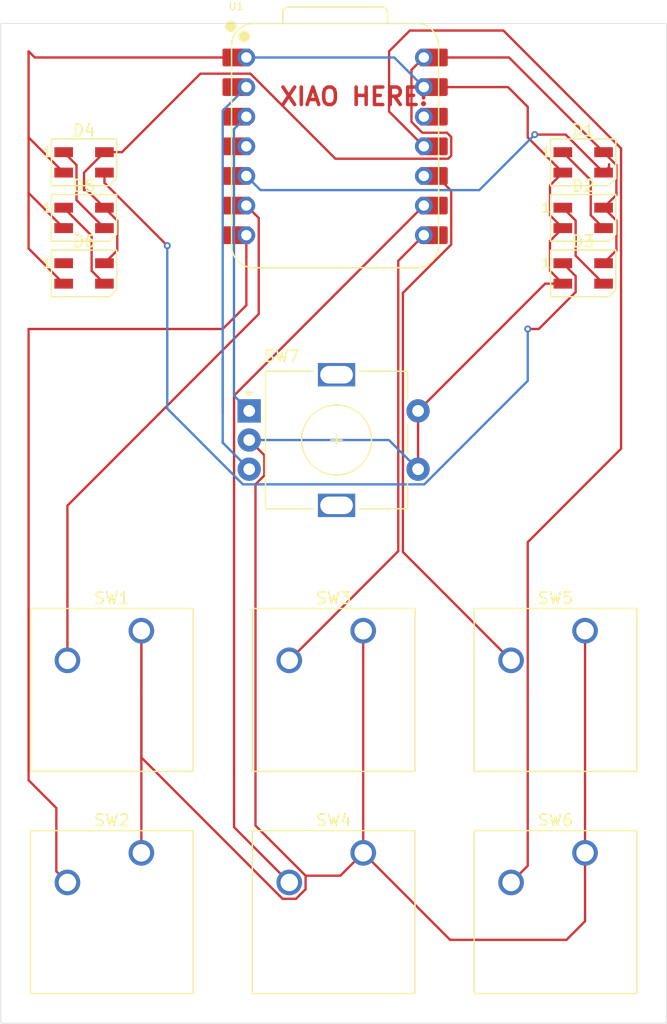
<source format=kicad_pcb>
(kicad_pcb (version 20241229) (generator "pcbnew") (generator_version "9.0")
  (layers (0 "F.Cu" signal) (2 "B.Cu" signal) (13 "F.Paste" user) (15 "B.Paste" user) (5 "F.SilkS" user "F.Silkscreen") (7 "B.SilkS" user "B.Silkscreen") (1 "F.Mask" user) (3 "B.Mask" user) (25 "Edge.Cuts" user))
  (net 0 "")
  (net 1 "Net-(D1-DIN)")
  (net 2 "Net-(D1-DOUT)")
  (net 3 "+5V")
  (net 4 "GND")
  (net 5 "Net-(D2-DOUT)")
  (net 6 "Net-(D3-DOUT)")
  (net 7 "Net-(D4-DOUT)")
  (net 8 "Net-(D5-DOUT)")
  (net 10 "Net-(U1-GPIO7{slash}SCL)")
  (net 11 "Net-(U1-GPIO0{slash}TX)")
  (net 12 "Net-(U1-GPIO1{slash}RX)")
  (net 13 "Net-(U1-GPIO2{slash}SCK)")
  (net 14 "Net-(U1-GPIO4{slash}MISO)")
  (net 15 "Net-(U1-GPIO3{slash}MOSI)")
  (net 16 "Net-(U1-GPIO27{slash}ADC1{slash}A1)")
  (net 17 "Net-(U1-GPIO28{slash}ADC2{slash}A2)")
  (footprint "Button_Switch_Keyboard:SW_Cherry_MX_1.00u_PCB" (layer "F.Cu") (at 126.365 142.5575)
    (property "Reference" "SW2" (at -2.54 -2.794 0) (layer "F.SilkS"))
    (property "Value" "SW_Push")
    (fp_line (start -9.525 -1.905) (end 4.445 -1.905) (stroke (width 0.12)) (layer "F.SilkS"))
    (fp_line (start -9.525 12.065) (end -9.525 -1.905) (stroke (width 0.12)) (layer "F.SilkS"))
    (fp_line (start 4.445 -1.905) (end 4.445 12.065) (stroke (width 0.12)) (layer "F.SilkS"))
    (fp_line (start 4.445 12.065) (end -9.525 12.065) (stroke (width 0.12)) (layer "F.SilkS"))
    (pad "" np_thru_hole circle (at -7.62 5.08) (size 1.7 1.7) (drill 1.7) (layers "*.Cu" "*.Mask"))
    (pad "" np_thru_hole circle (at -2.54 5.08) (size 4 4) (drill 4) (layers "*.Cu" "*.Mask"))
    (pad "" np_thru_hole circle (at 2.54 5.08) (size 1.7 1.7) (drill 1.7) (layers "*.Cu" "*.Mask"))
    (pad "1" thru_hole circle (at 0 0) (size 2.2 2.2) (drill 1.5) (layers "*.Cu" "*.Mask") (net 4 "GND"))
    (pad "2" thru_hole circle (at -6.35 2.54) (size 2.2 2.2) (drill 1.5) (layers "*.Cu" "*.Mask") (net 11 "Net-(U1-GPIO0{slash}TX)"))
  )
  (footprint "LED_SMD:LED_SK6812MINI_PLCC4_3.5x3.5mm_P1.75mm" (layer "F.Cu") (at 164.30625 83.34375)
    (property "Reference" "D1" (at 0 -2.75 0) (layer "F.SilkS"))
    (property "Value" "SK6812MINI")
    (fp_line (start -2.8 -2) (end -2.8 2) (stroke (width 0.12)) (layer "F.SilkS") (net 673789486))
    (fp_line (start -2.8 -2) (end 2.8 -2) (stroke (width 0.12)) (layer "F.SilkS") (net 673789486))
    (fp_line (start -2.8 2) (end 2.2 2) (stroke (width 0.12)) (layer "F.SilkS") (net 673789486))
    (fp_line (start 2.8 1.4) (end 2.2 2) (stroke (width 0.12)) (layer "F.SilkS") (net 673789486))
    (fp_line (start 2.8 1.4) (end 2.8 -2) (stroke (width 0.12)) (layer "F.SilkS") (net 673789486))
    (fp_text user "1" (at -3.2 -0.875 0) (layer "F.SilkS") (effects (font (size 0.8 0.8))))
    (pad "1" smd rect (at -1.75 -0.875) (size 1.6 0.85) (layers "F.Cu" "F.Mask" "F.Paste") (net 2 "Net-(D1-DOUT)"))
    (pad "2" smd rect (at -1.75 0.875) (size 1.6 0.85) (layers "F.Cu" "F.Mask" "F.Paste") (net 4 "GND"))
    (pad "3" smd rect (at 1.75 0.875) (size 1.6 0.85) (layers "F.Cu" "F.Mask" "F.Paste") (net 1 "Net-(D1-DIN)"))
    (pad "4" smd rect (at 1.75 -0.875) (size 1.6 0.85) (layers "F.Cu" "F.Mask" "F.Paste") (net 3 "+5V"))
  )
  (footprint "Button_Switch_Keyboard:SW_Cherry_MX_1.00u_PCB" (layer "F.Cu") (at 145.415 123.5075)
    (property "Reference" "SW3" (at -2.54 -2.794 0) (layer "F.SilkS"))
    (property "Value" "SW_Push")
    (fp_line (start -9.525 -1.905) (end 4.445 -1.905) (stroke (width 0.12)) (layer "F.SilkS"))
    (fp_line (start -9.525 12.065) (end -9.525 -1.905) (stroke (width 0.12)) (layer "F.SilkS"))
    (fp_line (start 4.445 -1.905) (end 4.445 12.065) (stroke (width 0.12)) (layer "F.SilkS"))
    (fp_line (start 4.445 12.065) (end -9.525 12.065) (stroke (width 0.12)) (layer "F.SilkS"))
    (pad "" np_thru_hole circle (at -7.62 5.08) (size 1.7 1.7) (drill 1.7) (layers "*.Cu" "*.Mask"))
    (pad "" np_thru_hole circle (at -2.54 5.08) (size 4 4) (drill 4) (layers "*.Cu" "*.Mask"))
    (pad "" np_thru_hole circle (at 2.54 5.08) (size 1.7 1.7) (drill 1.7) (layers "*.Cu" "*.Mask"))
    (pad "1" thru_hole circle (at 0 0) (size 2.2 2.2) (drill 1.5) (layers "*.Cu" "*.Mask") (net 4 "GND"))
    (pad "2" thru_hole circle (at -6.35 2.54) (size 2.2 2.2) (drill 1.5) (layers "*.Cu" "*.Mask") (net 12 "Net-(U1-GPIO1{slash}RX)"))
  )
  (footprint "LED_SMD:LED_SK6812MINI_PLCC4_3.5x3.5mm_P1.75mm" (layer "F.Cu") (at 164.30625 92.86875)
    (property "Reference" "D3" (at 0 -2.75 0) (layer "F.SilkS"))
    (property "Value" "SK6812MINI")
    (fp_line (start -2.8 -2) (end -2.8 2) (stroke (width 0.12)) (layer "F.SilkS") (net 673789486))
    (fp_line (start -2.8 -2) (end 2.8 -2) (stroke (width 0.12)) (layer "F.SilkS") (net 673789486))
    (fp_line (start -2.8 2) (end 2.2 2) (stroke (width 0.12)) (layer "F.SilkS") (net 673789486))
    (fp_line (start 2.8 1.4) (end 2.2 2) (stroke (width 0.12)) (layer "F.SilkS") (net 673789486))
    (fp_line (start 2.8 1.4) (end 2.8 -2) (stroke (width 0.12)) (layer "F.SilkS") (net 673789486))
    (fp_text user "1" (at -3.2 -0.875 0) (layer "F.SilkS") (effects (font (size 0.8 0.8))))
    (pad "1" smd rect (at -1.75 -0.875) (size 1.6 0.85) (layers "F.Cu" "F.Mask" "F.Paste") (net 6 "Net-(D3-DOUT)"))
    (pad "2" smd rect (at -1.75 0.875) (size 1.6 0.85) (layers "F.Cu" "F.Mask" "F.Paste") (net 4 "GND"))
    (pad "3" smd rect (at 1.75 0.875) (size 1.6 0.85) (layers "F.Cu" "F.Mask" "F.Paste") (net 5 "Net-(D2-DOUT)"))
    (pad "4" smd rect (at 1.75 -0.875) (size 1.6 0.85) (layers "F.Cu" "F.Mask" "F.Paste") (net 3 "+5V"))
  )
  (footprint "LED_SMD:LED_SK6812MINI_PLCC4_3.5x3.5mm_P1.75mm" (layer "F.Cu") (at 121.44375 88.10625)
    (property "Reference" "D5" (at 0 -2.75 0) (layer "F.SilkS"))
    (property "Value" "SK6812MINI")
    (fp_line (start -2.8 -2) (end -2.8 2) (stroke (width 0.12)) (layer "F.SilkS"))
    (fp_line (start -2.8 -2) (end 2.8 -2) (stroke (width 0.12)) (layer "F.SilkS"))
    (fp_line (start -2.8 2) (end 2.2 2) (stroke (width 0.12)) (layer "F.SilkS"))
    (fp_line (start 2.8 1.4) (end 2.2 2) (stroke (width 0.12)) (layer "F.SilkS"))
    (fp_line (start 2.8 1.4) (end 2.8 -2) (stroke (width 0.12)) (layer "F.SilkS"))
    (fp_text user "1" (at -3.2 -0.875 0) (layer "F.SilkS") (effects (font (size 0.8 0.8))))
    (pad "1" smd rect (at -1.75 -0.875) (size 1.6 0.85) (layers "F.Cu" "F.Mask" "F.Paste") (net 8 "Net-(D5-DOUT)"))
    (pad "2" smd rect (at -1.75 0.875) (size 1.6 0.85) (layers "F.Cu" "F.Mask" "F.Paste") (net 4 "GND"))
    (pad "3" smd rect (at 1.75 0.875) (size 1.6 0.85) (layers "F.Cu" "F.Mask" "F.Paste") (net 7 "Net-(D4-DOUT)"))
    (pad "4" smd rect (at 1.75 -0.875) (size 1.6 0.85) (layers "F.Cu" "F.Mask" "F.Paste") (net 3 "+5V"))
  )
  (footprint "Button_Switch_Keyboard:SW_Cherry_MX_1.00u_PCB" (layer "F.Cu") (at 126.365 123.5075)
    (property "Reference" "SW1" (at -2.54 -2.794 0) (layer "F.SilkS"))
    (property "Value" "SW_Push")
    (fp_line (start -9.525 -1.905) (end 4.445 -1.905) (stroke (width 0.12)) (layer "F.SilkS"))
    (fp_line (start -9.525 12.065) (end -9.525 -1.905) (stroke (width 0.12)) (layer "F.SilkS"))
    (fp_line (start 4.445 -1.905) (end 4.445 12.065) (stroke (width 0.12)) (layer "F.SilkS"))
    (fp_line (start 4.445 12.065) (end -9.525 12.065) (stroke (width 0.12)) (layer "F.SilkS"))
    (pad "" np_thru_hole circle (at -7.62 5.08) (size 1.7 1.7) (drill 1.7) (layers "*.Cu" "*.Mask"))
    (pad "" np_thru_hole circle (at -2.54 5.08) (size 4 4) (drill 4) (layers "*.Cu" "*.Mask"))
    (pad "" np_thru_hole circle (at 2.54 5.08) (size 1.7 1.7) (drill 1.7) (layers "*.Cu" "*.Mask"))
    (pad "1" thru_hole circle (at 0 0) (size 2.2 2.2) (drill 1.5) (layers "*.Cu" "*.Mask") (net 4 "GND"))
    (pad "2" thru_hole circle (at -6.35 2.54) (size 2.2 2.2) (drill 1.5) (layers "*.Cu" "*.Mask") (net 10 "Net-(U1-GPIO7{slash}SCL)"))
  )
  (footprint "LED_SMD:LED_SK6812MINI_PLCC4_3.5x3.5mm_P1.75mm" (layer "F.Cu") (at 121.44375 83.34375)
    (property "Reference" "D4" (at 0 -2.75 0) (layer "F.SilkS"))
    (property "Value" "SK6812MINI")
    (fp_line (start -2.8 -2) (end -2.8 2) (stroke (width 0.12)) (layer "F.SilkS"))
    (fp_line (start -2.8 -2) (end 2.8 -2) (stroke (width 0.12)) (layer "F.SilkS"))
    (fp_line (start -2.8 2) (end 2.2 2) (stroke (width 0.12)) (layer "F.SilkS"))
    (fp_line (start 2.8 1.4) (end 2.2 2) (stroke (width 0.12)) (layer "F.SilkS"))
    (fp_line (start 2.8 1.4) (end 2.8 -2) (stroke (width 0.12)) (layer "F.SilkS"))
    (fp_text user "1" (at -3.2 -0.875 0) (layer "F.SilkS") (effects (font (size 0.8 0.8))))
    (pad "1" smd rect (at -1.75 -0.875) (size 1.6 0.85) (layers "F.Cu" "F.Mask" "F.Paste") (net 7 "Net-(D4-DOUT)"))
    (pad "2" smd rect (at -1.75 0.875) (size 1.6 0.85) (layers "F.Cu" "F.Mask" "F.Paste") (net 4 "GND"))
    (pad "3" smd rect (at 1.75 0.875) (size 1.6 0.85) (layers "F.Cu" "F.Mask" "F.Paste") (net 6 "Net-(D3-DOUT)"))
    (pad "4" smd rect (at 1.75 -0.875) (size 1.6 0.85) (layers "F.Cu" "F.Mask" "F.Paste") (net 3 "+5V"))
  )
  (footprint "Rotary_Encoder:RotaryEncoder_Alps_EC11E-Switch_Vertical_H20mm" (layer "F.Cu") (at 135.625 104.65625)
    (property "Reference" "SW7" (at 2.8 -4.7 0) (layer "F.SilkS"))
    (property "Value" "RotaryEncoder_Switch")
    (fp_line (start -0.3 -1.6) (end 0.3 -1.6) (stroke (width 0.12)) (layer "F.SilkS"))
    (fp_line (start 0 -1.3) (end -0.3 -1.6) (stroke (width 0.12)) (layer "F.SilkS"))
    (fp_line (start 0.3 -1.6) (end 0 -1.3) (stroke (width 0.12)) (layer "F.SilkS"))
    (fp_line (start 1.4 -3.4) (end 1.4 8.4) (stroke (width 0.12)) (layer "F.SilkS"))
    (fp_line (start 5.5 -3.4) (end 1.4 -3.4) (stroke (width 0.12)) (layer "F.SilkS"))
    (fp_line (start 5.5 8.4) (end 1.4 8.4) (stroke (width 0.12)) (layer "F.SilkS"))
    (fp_line (start 7 2.5) (end 8 2.5) (stroke (width 0.12)) (layer "F.SilkS"))
    (fp_line (start 7.5 2) (end 7.5 3) (stroke (width 0.12)) (layer "F.SilkS"))
    (fp_line (start 9.5 -3.4) (end 13.6 -3.4) (stroke (width 0.12)) (layer "F.SilkS"))
    (fp_line (start 13.6 -3.4) (end 13.6 -1) (stroke (width 0.12)) (layer "F.SilkS"))
    (fp_line (start 13.6 1.2) (end 13.6 3.8) (stroke (width 0.12)) (layer "F.SilkS"))
    (fp_line (start 13.6 6) (end 13.6 8.4) (stroke (width 0.12)) (layer "F.SilkS"))
    (fp_line (start 13.6 8.4) (end 9.5 8.4) (stroke (width 0.12)) (layer "F.SilkS"))
    (fp_circle (center 7.5 2.5) (end 10.5 2.5) (stroke (width 0.12)) (fill no) (layer "F.SilkS"))
    (pad "A" thru_hole rect (at 0 0) (size 2 2) (drill 1) (layers "*.Cu" "*.Mask") (net 17 "Net-(U1-GPIO28{slash}ADC2{slash}A2)"))
    (pad "B" thru_hole circle (at 0 5) (size 2 2) (drill 1) (layers "*.Cu" "*.Mask") (net 16 "Net-(U1-GPIO27{slash}ADC1{slash}A1)"))
    (pad "C" thru_hole circle (at 0 2.5) (size 2 2) (drill 1) (layers "*.Cu" "*.Mask") (net 4 "GND"))
    (pad "MP" thru_hole rect (at 7.5 -3.1) (size 3.2 2) (drill oval 2.8 1.5) (layers "*.Cu" "*.Mask"))
    (pad "MP" thru_hole rect (at 7.5 8.1) (size 3.2 2) (drill oval 2.8 1.5) (layers "*.Cu" "*.Mask"))
    (pad "S1" thru_hole circle (at 14.5 5) (size 2 2) (drill 1) (layers "*.Cu" "*.Mask") (net 4 "GND"))
    (pad "S2" thru_hole circle (at 14.5 0) (size 2 2) (drill 1) (layers "*.Cu" "*.Mask") (net 4 "GND"))
  )
  (footprint "Button_Switch_Keyboard:SW_Cherry_MX_1.00u_PCB" (layer "F.Cu") (at 164.465 142.5575)
    (property "Reference" "SW6" (at -2.54 -2.794 0) (layer "F.SilkS"))
    (property "Value" "SW_Push")
    (fp_line (start -9.525 -1.905) (end 4.445 -1.905) (stroke (width 0.12)) (layer "F.SilkS"))
    (fp_line (start -9.525 12.065) (end -9.525 -1.905) (stroke (width 0.12)) (layer "F.SilkS"))
    (fp_line (start 4.445 -1.905) (end 4.445 12.065) (stroke (width 0.12)) (layer "F.SilkS"))
    (fp_line (start 4.445 12.065) (end -9.525 12.065) (stroke (width 0.12)) (layer "F.SilkS"))
    (pad "" np_thru_hole circle (at -7.62 5.08) (size 1.7 1.7) (drill 1.7) (layers "*.Cu" "*.Mask"))
    (pad "" np_thru_hole circle (at -2.54 5.08) (size 4 4) (drill 4) (layers "*.Cu" "*.Mask"))
    (pad "" np_thru_hole circle (at 2.54 5.08) (size 1.7 1.7) (drill 1.7) (layers "*.Cu" "*.Mask"))
    (pad "1" thru_hole circle (at 0 0) (size 2.2 2.2) (drill 1.5) (layers "*.Cu" "*.Mask") (net 4 "GND"))
    (pad "2" thru_hole circle (at -6.35 2.54) (size 2.2 2.2) (drill 1.5) (layers "*.Cu" "*.Mask") (net 15 "Net-(U1-GPIO3{slash}MOSI)"))
  )
  (footprint "Button_Switch_Keyboard:SW_Cherry_MX_1.00u_PCB" (layer "F.Cu") (at 164.465 123.5075)
    (property "Reference" "SW5" (at -2.54 -2.794 0) (layer "F.SilkS"))
    (property "Value" "SW_Push")
    (fp_line (start -9.525 -1.905) (end 4.445 -1.905) (stroke (width 0.12)) (layer "F.SilkS"))
    (fp_line (start -9.525 12.065) (end -9.525 -1.905) (stroke (width 0.12)) (layer "F.SilkS"))
    (fp_line (start 4.445 -1.905) (end 4.445 12.065) (stroke (width 0.12)) (layer "F.SilkS"))
    (fp_line (start 4.445 12.065) (end -9.525 12.065) (stroke (width 0.12)) (layer "F.SilkS"))
    (pad "" np_thru_hole circle (at -7.62 5.08) (size 1.7 1.7) (drill 1.7) (layers "*.Cu" "*.Mask"))
    (pad "" np_thru_hole circle (at -2.54 5.08) (size 4 4) (drill 4) (layers "*.Cu" "*.Mask"))
    (pad "" np_thru_hole circle (at 2.54 5.08) (size 1.7 1.7) (drill 1.7) (layers "*.Cu" "*.Mask"))
    (pad "1" thru_hole circle (at 0 0) (size 2.2 2.2) (drill 1.5) (layers "*.Cu" "*.Mask") (net 4 "GND"))
    (pad "2" thru_hole circle (at -6.35 2.54) (size 2.2 2.2) (drill 1.5) (layers "*.Cu" "*.Mask") (net 14 "Net-(U1-GPIO4{slash}MISO)"))
  )
  (footprint "Button_Switch_Keyboard:SW_Cherry_MX_1.00u_PCB" (layer "F.Cu") (at 145.415 142.5575)
    (property "Reference" "SW4" (at -2.54 -2.794 0) (layer "F.SilkS"))
    (property "Value" "SW_Push")
    (fp_line (start -9.525 -1.905) (end 4.445 -1.905) (stroke (width 0.12)) (layer "F.SilkS"))
    (fp_line (start -9.525 12.065) (end -9.525 -1.905) (stroke (width 0.12)) (layer "F.SilkS"))
    (fp_line (start 4.445 -1.905) (end 4.445 12.065) (stroke (width 0.12)) (layer "F.SilkS"))
    (fp_line (start 4.445 12.065) (end -9.525 12.065) (stroke (width 0.12)) (layer "F.SilkS"))
    (pad "" np_thru_hole circle (at -7.62 5.08) (size 1.7 1.7) (drill 1.7) (layers "*.Cu" "*.Mask"))
    (pad "" np_thru_hole circle (at -2.54 5.08) (size 4 4) (drill 4) (layers "*.Cu" "*.Mask"))
    (pad "" np_thru_hole circle (at 2.54 5.08) (size 1.7 1.7) (drill 1.7) (layers "*.Cu" "*.Mask"))
    (pad "1" thru_hole circle (at 0 0) (size 2.2 2.2) (drill 1.5) (layers "*.Cu" "*.Mask") (net 4 "GND"))
    (pad "2" thru_hole circle (at -6.35 2.54) (size 2.2 2.2) (drill 1.5) (layers "*.Cu" "*.Mask") (net 13 "Net-(U1-GPIO2{slash}SCK)"))
  )
  (footprint "LED_SMD:LED_SK6812MINI_PLCC4_3.5x3.5mm_P1.75mm" (layer "F.Cu") (at 121.44375 92.86875)
    (property "Reference" "D6" (at 0 -2.75 0) (layer "F.SilkS"))
    (property "Value" "SK6812MINI")
    (fp_line (start -2.8 -2) (end -2.8 2) (stroke (width 0.12)) (layer "F.SilkS"))
    (fp_line (start -2.8 -2) (end 2.8 -2) (stroke (width 0.12)) (layer "F.SilkS"))
    (fp_line (start -2.8 2) (end 2.2 2) (stroke (width 0.12)) (layer "F.SilkS"))
    (fp_line (start 2.8 1.4) (end 2.2 2) (stroke (width 0.12)) (layer "F.SilkS"))
    (fp_line (start 2.8 1.4) (end 2.8 -2) (stroke (width 0.12)) (layer "F.SilkS"))
    (fp_text user "1" (at -3.2 -0.875 0) (layer "F.SilkS") (effects (font (size 0.8 0.8))))
    (pad "1" smd rect (at -1.75 -0.875) (size 1.6 0.85) (layers "F.Cu" "F.Mask" "F.Paste"))
    (pad "2" smd rect (at -1.75 0.875) (size 1.6 0.85) (layers "F.Cu" "F.Mask" "F.Paste") (net 4 "GND"))
    (pad "3" smd rect (at 1.75 0.875) (size 1.6 0.85) (layers "F.Cu" "F.Mask" "F.Paste") (net 8 "Net-(D5-DOUT)"))
    (pad "4" smd rect (at 1.75 -0.875) (size 1.6 0.85) (layers "F.Cu" "F.Mask" "F.Paste") (net 3 "+5V"))
  )
  (footprint "LED_SMD:LED_SK6812MINI_PLCC4_3.5x3.5mm_P1.75mm" (layer "F.Cu") (at 164.30625 88.10625)
    (property "Reference" "D2" (at 0 -2.75 0) (layer "F.SilkS"))
    (property "Value" "SK6812MINI")
    (fp_line (start -2.8 -2) (end -2.8 2) (stroke (width 0.12)) (layer "F.SilkS") (net 673789486))
    (fp_line (start -2.8 -2) (end 2.8 -2) (stroke (width 0.12)) (layer "F.SilkS") (net 673789486))
    (fp_line (start -2.8 2) (end 2.2 2) (stroke (width 0.12)) (layer "F.SilkS") (net 673789486))
    (fp_line (start 2.8 1.4) (end 2.2 2) (stroke (width 0.12)) (layer "F.SilkS") (net 673789486))
    (fp_line (start 2.8 1.4) (end 2.8 -2) (stroke (width 0.12)) (layer "F.SilkS") (net 673789486))
    (fp_text user "1" (at -3.2 -0.875 0) (layer "F.SilkS") (effects (font (size 0.8 0.8))))
    (pad "1" smd rect (at -1.75 -0.875) (size 1.6 0.85) (layers "F.Cu" "F.Mask" "F.Paste") (net 5 "Net-(D2-DOUT)"))
    (pad "2" smd rect (at -1.75 0.875) (size 1.6 0.85) (layers "F.Cu" "F.Mask" "F.Paste") (net 4 "GND"))
    (pad "3" smd rect (at 1.75 0.875) (size 1.6 0.85) (layers "F.Cu" "F.Mask" "F.Paste") (net 2 "Net-(D1-DOUT)"))
    (pad "4" smd rect (at 1.75 -0.875) (size 1.6 0.85) (layers "F.Cu" "F.Mask" "F.Paste") (net 3 "+5V"))
  )
  (footprint "OPL:XIAO-RP2040-DIP" (layer "F.Cu") (at 143 81.9685)
    (property "Reference" "U1" (at -8.5 -12 0) (layer "F.SilkS") (effects (font (size 0.635 0.635) (thickness 0.1016))))
    (property "Value" "XIAO-RP2040-DIP")
    (fp_line (start -8.89 8.509) (end -8.89 -8.636) (stroke (width 0.127)) (layer "F.SilkS"))
    (fp_line (start -6.985 10.414) (end 6.985 10.414) (stroke (width 0.127)) (layer "F.SilkS"))
    (fp_line (start -4.495 -10.541) (end -4.491272 -11.451272) (stroke (width 0.127)) (layer "F.SilkS"))
    (fp_line (start -3.991272 -11.951) (end 4.004 -11.951) (stroke (width 0.127)) (layer "F.SilkS"))
    (fp_line (start 4.504 -11.451) (end 4.504 -10.541) (stroke (width 0.127)) (layer "F.SilkS"))
    (fp_line (start 6.985 -10.541) (end -6.985 -10.541) (stroke (width 0.1)) (layer "F.SilkS"))
    (fp_line (start 6.985 -10.541) (end -6.985 -10.541) (stroke (width 0.127)) (layer "F.SilkS"))
    (fp_line (start 8.89 8.509) (end 8.89 -8.636) (stroke (width 0.127)) (layer "F.SilkS"))
    (fp_arc (start -8.89 -8.636) (mid -8.332038 -9.983038) (end -6.985 -10.541) (stroke (width 0.127)) (layer "F.SilkS"))
    (fp_arc (start -6.985 10.414) (mid -8.332038 9.856038) (end -8.89 8.509) (stroke (width 0.127)) (layer "F.SilkS"))
    (fp_arc (start -4.491272 -11.451272) (mid -4.344728 -11.80464) (end -3.991272 -11.951) (stroke (width 0.127)) (layer "F.SilkS"))
    (fp_arc (start 4.004 -11.951) (mid 4.357553 -11.804553) (end 4.504 -11.451) (stroke (width 0.127)) (layer "F.SilkS"))
    (fp_arc (start 6.985 -10.541) (mid 8.332038 -9.983038) (end 8.89 -8.636) (stroke (width 0.127)) (layer "F.SilkS"))
    (fp_arc (start 8.89 8.509) (mid 8.332038 9.856038) (end 6.985 10.414) (stroke (width 0.127)) (layer "F.SilkS"))
    (fp_circle (center -8.95 -10.3) (end -8.95 -10.554) (stroke (width 0.5)) (fill yes) (layer "F.SilkS"))
    (fp_circle (center -7.807 -9.42) (end -7.807 -9.674) (stroke (width 0.5)) (fill yes) (layer "F.SilkS"))
    (pad "1" smd roundrect (at -8.455 -7.62 180) (size 2.432 1.524) (layers "F.Cu" "F.Mask") (roundrect_rratio 0.1) (net 4 "GND"))
    (pad "1" thru_hole circle (at -7.62 -7.62 180) (size 1.524 1.524) (drill 0.889) (layers "*.Cu" "*.Mask") (net 4 "GND"))
    (pad "2" smd roundrect (at -8.455 -5.08 180) (size 2.432 1.524) (layers "F.Cu" "F.Mask") (roundrect_rratio 0.1) (net 16 "Net-(U1-GPIO27{slash}ADC1{slash}A1)"))
    (pad "2" thru_hole circle (at -7.62 -5.08 180) (size 1.524 1.524) (drill 0.889) (layers "*.Cu" "*.Mask") (net 16 "Net-(U1-GPIO27{slash}ADC1{slash}A1)"))
    (pad "3" smd roundrect (at -8.455 -2.54 180) (size 2.432 1.524) (layers "F.Cu" "F.Mask") (roundrect_rratio 0.1) (net 17 "Net-(U1-GPIO28{slash}ADC2{slash}A2)"))
    (pad "3" thru_hole circle (at -7.62 -2.54 180) (size 1.524 1.524) (drill 0.889) (layers "*.Cu" "*.Mask") (net 17 "Net-(U1-GPIO28{slash}ADC2{slash}A2)"))
    (pad "4" smd roundrect (at -8.455 0 180) (size 2.432 1.524) (layers "F.Cu" "F.Mask") (roundrect_rratio 0.1))
    (pad "4" thru_hole circle (at -7.62 0 180) (size 1.524 1.524) (drill 0.889) (layers "*.Cu" "*.Mask"))
    (pad "5" smd roundrect (at -8.455 2.54 180) (size 2.432 1.524) (layers "F.Cu" "F.Mask") (roundrect_rratio 0.1) (net 1 "Net-(D1-DIN)"))
    (pad "5" thru_hole circle (at -7.62 2.54 180) (size 1.524 1.524) (drill 0.889) (layers "*.Cu" "*.Mask") (net 1 "Net-(D1-DIN)"))
    (pad "6" smd roundrect (at -8.455 5.08 180) (size 2.432 1.524) (layers "F.Cu" "F.Mask") (roundrect_rratio 0.1) (net 10 "Net-(U1-GPIO7{slash}SCL)"))
    (pad "6" thru_hole circle (at -7.62 5.08 180) (size 1.524 1.524) (drill 0.889) (layers "*.Cu" "*.Mask") (net 10 "Net-(U1-GPIO7{slash}SCL)"))
    (pad "7" smd roundrect (at -8.455 7.62 180) (size 2.432 1.524) (layers "F.Cu" "F.Mask") (roundrect_rratio 0.1) (net 11 "Net-(U1-GPIO0{slash}TX)"))
    (pad "7" thru_hole circle (at -7.62 7.62 180) (size 1.524 1.524) (drill 0.889) (layers "*.Cu" "*.Mask") (net 11 "Net-(U1-GPIO0{slash}TX)"))
    (pad "8" thru_hole circle (at 7.62 7.62) (size 1.524 1.524) (drill 0.889) (layers "*.Cu" "*.Mask") (net 12 "Net-(U1-GPIO1{slash}RX)"))
    (pad "8" smd roundrect (at 8.455 7.62) (size 2.432 1.524) (layers "F.Cu" "F.Mask") (roundrect_rratio 0.1) (net 12 "Net-(U1-GPIO1{slash}RX)"))
    (pad "9" thru_hole circle (at 7.62 5.08) (size 1.524 1.524) (drill 0.889) (layers "*.Cu" "*.Mask") (net 13 "Net-(U1-GPIO2{slash}SCK)"))
    (pad "9" smd roundrect (at 8.455 5.08) (size 2.432 1.524) (layers "F.Cu" "F.Mask") (roundrect_rratio 0.1) (net 13 "Net-(U1-GPIO2{slash}SCK)"))
    (pad "10" thru_hole circle (at 7.62 2.54) (size 1.524 1.524) (drill 0.889) (layers "*.Cu" "*.Mask") (net 14 "Net-(U1-GPIO4{slash}MISO)"))
    (pad "10" smd roundrect (at 8.455 2.54) (size 2.432 1.524) (layers "F.Cu" "F.Mask") (roundrect_rratio 0.1) (net 14 "Net-(U1-GPIO4{slash}MISO)"))
    (pad "11" thru_hole circle (at 7.62 0) (size 1.524 1.524) (drill 0.889) (layers "*.Cu" "*.Mask") (net 15 "Net-(U1-GPIO3{slash}MOSI)"))
    (pad "11" smd roundrect (at 8.455 0) (size 2.432 1.524) (layers "F.Cu" "F.Mask") (roundrect_rratio 0.1) (net 15 "Net-(U1-GPIO3{slash}MOSI)"))
    (pad "12" thru_hole circle (at 7.62 -2.54) (size 1.524 1.524) (drill 0.889) (layers "*.Cu" "*.Mask"))
    (pad "12" smd roundrect (at 8.455 -2.54) (size 2.432 1.524) (layers "F.Cu" "F.Mask") (roundrect_rratio 0.1))
    (pad "13" thru_hole circle (at 7.62 -5.08) (size 1.524 1.524) (drill 0.889) (layers "*.Cu" "*.Mask") (net 4 "GND"))
    (pad "13" smd roundrect (at 8.455 -5.08) (size 2.432 1.524) (layers "F.Cu" "F.Mask") (roundrect_rratio 0.1) (net 4 "GND"))
    (pad "14" thru_hole circle (at 7.62 -7.62) (size 1.524 1.524) (drill 0.889) (layers "*.Cu" "*.Mask") (net 3 "+5V"))
    (pad "14" smd roundrect (at 8.455 -7.62) (size 2.432 1.524) (layers "F.Cu" "F.Mask") (roundrect_rratio 0.1) (net 3 "+5V"))
  )
  (gr_rect (start 114.3 71.4375) (end 171.45 157.1625) (stroke (width 0.05)) (fill no) (layer "Edge.Cuts"))
  (gr_text "XIAO HERE!" (at 138.1125 78.58125 0) (layer "F.Cu") (effects (font (size 1.5 1.5) (thickness 0.3) (bold yes)) (justify left bottom)))
  (segment (start 162.79761 80.96011) (end 160.14614 80.96011) (width 0.2) (layer "F.Cu") (net 1))
  (segment (start 166.525825 83.505425) (end 166.525825 83.749175) (width 0.2) (layer "F.Cu") (net 1))
  (segment (start 166.525825 83.749175) (end 166.05625 84.21875) (width 0.2) (layer "F.Cu") (net 1))
  (segment (start 166.05625 84.21875) (end 162.79761 80.96011) (width 0.2) (layer "F.Cu") (net 1))
  (via (at 160.14614 80.96011) (size 0.6) (drill 0.3) (layers "F.Cu" "B.Cu") (net 1))
  (segment (start 155.38125 85.725) (end 136.5965 85.725) (width 0.2) (layer "B.Cu") (net 1))
  (segment (start 160.14614 80.96011) (end 155.38125 85.725) (width 0.2) (layer "B.Cu") (net 1))
  (segment (start 136.5965 85.725) (end 135.38 84.5085) (width 0.2) (layer "B.Cu") (net 1))
  (segment (start 162.55625 82.46875) (end 164.95525 84.86775) (width 0.2) (layer "F.Cu") (net 2))
  (segment (start 164.95525 84.86775) (end 164.95525 87.88025) (width 0.2) (layer "F.Cu") (net 2))
  (segment (start 164.95525 87.88025) (end 166.05625 88.98125) (width 0.2) (layer "F.Cu") (net 2))
  (segment (start 143.02631 83.0315) (end 152.710626 83.0315) (width 0.2) (layer "F.Cu") (net 3))
  (segment (start 121.44375 85.725) (end 121.6875 85.725) (width 0.2) (layer "F.Cu") (net 3))
  (segment (start 157.936 74.3485) (end 151.455 74.3485) (width 0.2) (layer "F.Cu") (net 3))
  (segment (start 152.972 82.770126) (end 152.972 81.166874) (width 0.2) (layer "F.Cu") (net 3))
  (segment (start 131.43231 75.73644) (end 135.73125 75.73644) (width 0.2) (layer "F.Cu") (net 3))
  (segment (start 167.15725 86.13025) (end 166.05625 87.23125) (width 0.2) (layer "F.Cu") (net 3))
  (segment (start 166.05625 91.99375) (end 167.15725 90.89275) (width 0.2) (layer "F.Cu") (net 3))
  (segment (start 149.557 75.4115) (end 150.62 74.3485) (width 0.2) (layer "F.Cu") (net 3))
  (segment (start 166.05625 82.46875) (end 167.15725 83.56975) (width 0.2) (layer "F.Cu") (net 3))
  (segment (start 121.44375 84.21875) (end 121.44375 85.725) (width 0.2) (layer "F.Cu") (net 3))
  (segment (start 124.29475 88.33225) (end 123.19375 87.23125) (width 0.2) (layer "F.Cu") (net 3))
  (segment (start 150.48834 80.80015) (end 149.557 79.86881) (width 0.2) (layer "F.Cu") (net 3))
  (segment (start 149.557 79.86881) (end 149.557 75.4115) (width 0.2) (layer "F.Cu") (net 3))
  (segment (start 121.6875 85.725) (end 123.19375 87.23125) (width 0.2) (layer "F.Cu") (net 3))
  (segment (start 123.19375 91.99375) (end 124.29475 90.89275) (width 0.2) (layer "F.Cu") (net 3))
  (segment (start 135.73125 75.73644) (end 143.02631 83.0315) (width 0.2) (layer "F.Cu") (net 3))
  (segment (start 152.972 81.166874) (end 152.605276 80.80015) (width 0.2) (layer "F.Cu") (net 3))
  (segment (start 124.29475 90.89275) (end 124.29475 88.33225) (width 0.2) (layer "F.Cu") (net 3))
  (segment (start 152.710626 83.0315) (end 152.972 82.770126) (width 0.2) (layer "F.Cu") (net 3))
  (segment (start 152.605276 80.80015) (end 150.48834 80.80015) (width 0.2) (layer "F.Cu") (net 3))
  (segment (start 124.7 82.46875) (end 131.43231 75.73644) (width 0.2) (layer "F.Cu") (net 3))
  (segment (start 167.15725 83.56975) (end 167.15725 86.13025) (width 0.2) (layer "F.Cu") (net 3))
  (segment (start 166.05625 82.46875) (end 157.936 74.3485) (width 0.2) (layer "F.Cu") (net 3))
  (segment (start 167.15725 90.89275) (end 167.15725 88.33225) (width 0.2) (layer "F.Cu") (net 3))
  (segment (start 167.15725 88.33225) (end 166.05625 87.23125) (width 0.2) (layer "F.Cu") (net 3))
  (segment (start 123.19375 82.46875) (end 124.7 82.46875) (width 0.2) (layer "F.Cu") (net 3))
  (segment (start 123.19375 82.46875) (end 121.44375 84.21875) (width 0.2) (layer "F.Cu") (net 3))
  (segment (start 162.55625 93.74375) (end 161.0375 93.74375) (width 0.2) (layer "F.Cu") (net 4))
  (segment (start 159.54375 78.58125) (end 157.851 76.8885) (width 0.2) (layer "F.Cu") (net 4))
  (segment (start 152.87625 150.01875) (end 145.415 142.5575) (width 0.2) (layer "F.Cu") (net 4))
  (segment (start 159.54375 81.20625) (end 159.54375 78.58125) (width 0.2) (layer "F.Cu") (net 4))
  (segment (start 138.484686 146.4985) (end 139.645314 146.4985) (width 0.2) (layer "F.Cu") (net 4))
  (segment (start 119.69375 84.21875) (end 116.68125 81.20625) (width 0.2) (layer "F.Cu") (net 4))
  (segment (start 116.68125 73.81875) (end 117.211 74.3485) (width 0.2) (layer "F.Cu") (net 4))
  (segment (start 145.415 142.5575) (end 145.415 123.5075) (width 0.2) (layer "F.Cu") (net 4))
  (segment (start 162.55625 84.21875) (end 161.45525 85.31975) (width 0.2) (layer "F.Cu") (net 4))
  (segment (start 117.211 74.3485) (end 134.545 74.3485) (width 0.2) (layer "F.Cu") (net 4))
  (segment (start 136.926 108.45725) (end 135.625 107.15625) (width 0.2) (layer "F.Cu") (net 4))
  (segment (start 164.465 142.5575) (end 164.465 123.5075) (width 0.2) (layer "F.Cu") (net 4))
  (segment (start 161.45525 90.08225) (end 162.55625 88.98125) (width 0.2) (layer "F.Cu") (net 4))
  (segment (start 119.69375 88.98125) (end 116.68125 85.96875) (width 0.2) (layer "F.Cu") (net 4))
  (segment (start 162.55625 93.74375) (end 161.45525 92.64275) (width 0.2) (layer "F.Cu") (net 4))
  (segment (start 116.68125 81.20625) (end 116.68125 73.81875) (width 0.2) (layer "F.Cu") (net 4))
  (segment (start 150.125 104.65625) (end 150.125 109.65625) (width 0.2) (layer "F.Cu") (net 4))
  (segment (start 119.69375 93.74375) (end 116.68125 90.73125) (width 0.2) (layer "F.Cu") (net 4))
  (segment (start 139.645314 146.4985) (end 140.466 145.677814) (width 0.2) (layer "F.Cu") (net 4))
  (segment (start 140.466 144.517186) (end 136.163892 140.215078) (width 0.2) (layer "F.Cu") (net 4))
  (segment (start 136.926 110.195142) (end 136.926 108.45725) (width 0.2) (layer "F.Cu") (net 4))
  (segment (start 136.163892 140.215078) (end 136.163892 110.95725) (width 0.2) (layer "F.Cu") (net 4))
  (segment (start 161.0375 93.74375) (end 150.125 104.65625) (width 0.2) (layer "F.Cu") (net 4))
  (segment (start 143.455314 144.517186) (end 140.466 144.517186) (width 0.2) (layer "F.Cu") (net 4))
  (segment (start 162.55625 84.21875) (end 159.54375 81.20625) (width 0.2) (layer "F.Cu") (net 4))
  (segment (start 164.465 142.5575) (end 164.465 148.422316) (width 0.2) (layer "F.Cu") (net 4))
  (segment (start 161.45525 87.88025) (end 162.55625 88.98125) (width 0.2) (layer "F.Cu") (net 4))
  (segment (start 164.465 148.422316) (end 162.868566 150.01875) (width 0.2) (layer "F.Cu") (net 4))
  (segment (start 161.45525 85.31975) (end 161.45525 87.88025) (width 0.2) (layer "F.Cu") (net 4))
  (segment (start 157.851 76.8885) (end 151.455 76.8885) (width 0.2) (layer "F.Cu") (net 4))
  (segment (start 126.365 123.5075) (end 126.365 134.378814) (width 0.2) (layer "F.Cu") (net 4))
  (segment (start 136.163892 110.95725) (end 136.926 110.195142) (width 0.2) (layer "F.Cu") (net 4))
  (segment (start 116.68125 85.96875) (end 116.68125 81.20625) (width 0.2) (layer "F.Cu") (net 4))
  (segment (start 126.365 134.378814) (end 138.484686 146.4985) (width 0.2) (layer "F.Cu") (net 4))
  (segment (start 162.868566 150.01875) (end 152.87625 150.01875) (width 0.2) (layer "F.Cu") (net 4))
  (segment (start 161.45525 92.64275) (end 161.45525 90.08225) (width 0.2) (layer "F.Cu") (net 4))
  (segment (start 145.415 142.5575) (end 143.455314 144.517186) (width 0.2) (layer "F.Cu") (net 4))
  (segment (start 116.68125 90.73125) (end 116.68125 85.96875) (width 0.2) (layer "F.Cu") (net 4))
  (segment (start 140.466 145.677814) (end 140.466 144.517186) (width 0.2) (layer "F.Cu") (net 4))
  (segment (start 126.365 142.5575) (end 126.365 123.5075) (width 0.2) (layer "F.Cu") (net 4))
  (segment (start 135.38 74.3485) (end 148.08 74.3485) (width 0.2) (layer "B.Cu") (net 4))
  (segment (start 150.125 109.65625) (end 147.625 107.15625) (width 0.2) (layer "B.Cu") (net 4))
  (segment (start 147.625 107.15625) (end 135.625 107.15625) (width 0.2) (layer "B.Cu") (net 4))
  (segment (start 148.08 74.3485) (end 150.62 76.8885) (width 0.2) (layer "B.Cu") (net 4))
  (segment (start 162.55625 87.23125) (end 163.65725 88.33225) (width 0.2) (layer "F.Cu") (net 5))
  (segment (start 163.65725 91.34475) (end 166.05625 93.74375) (width 0.2) (layer "F.Cu") (net 5))
  (segment (start 163.65725 88.33225) (end 163.65725 91.34475) (width 0.2) (layer "F.Cu") (net 5))
  (segment (start 162.55625 91.99375) (end 163.65725 93.09475) (width 0.2) (layer "F.Cu") (net 6))
  (segment (start 163.65725 93.09475) (end 163.65725 94.46975) (width 0.2) (layer "F.Cu") (net 6))
  (segment (start 123.19375 84.21875) (end 123.19375 85.09375) (width 0.2) (layer "F.Cu") (net 6))
  (segment (start 160.49575 97.63125) (end 159.54375 97.63125) (width 0.2) (layer "F.Cu") (net 6))
  (segment (start 123.19375 85.09375) (end 128.5875 90.4875) (width 0.2) (layer "F.Cu") (net 6))
  (segment (start 163.65725 94.46975) (end 160.49575 97.63125) (width 0.2) (layer "F.Cu") (net 6))
  (via (at 159.54375 97.63125) (size 0.6) (drill 0.3) (layers "F.Cu" "B.Cu") (net 6))
  (via (at 128.5875 90.4875) (size 0.6) (drill 0.3) (layers "F.Cu" "B.Cu") (net 6))
  (segment (start 135.086108 110.95725) (end 128.5875 104.458642) (width 0.2) (layer "B.Cu") (net 6))
  (segment (start 159.54375 102.077392) (end 150.663892 110.95725) (width 0.2) (layer "B.Cu") (net 6))
  (segment (start 150.663892 110.95725) (end 135.086108 110.95725) (width 0.2) (layer "B.Cu") (net 6))
  (segment (start 159.54375 97.63125) (end 159.54375 102.077392) (width 0.2) (layer "B.Cu") (net 6))
  (segment (start 128.5875 104.458642) (end 128.5875 90.4875) (width 0.2) (layer "B.Cu") (net 6))
  (segment (start 123.19375 88.98125) (end 120.79475 86.58225) (width 0.2) (layer "F.Cu") (net 7))
  (segment (start 120.79475 83.56975) (end 119.69375 82.46875) (width 0.2) (layer "F.Cu") (net 7))
  (segment (start 120.79475 86.58225) (end 120.79475 83.56975) (width 0.2) (layer "F.Cu") (net 7))
  (segment (start 122.09275 92.64275) (end 122.09275 89.63025) (width 0.2) (layer "F.Cu") (net 8))
  (segment (start 122.09275 89.63025) (end 119.69375 87.23125) (width 0.2) (layer "F.Cu") (net 8))
  (segment (start 123.19375 93.74375) (end 122.09275 92.64275) (width 0.2) (layer "F.Cu") (net 8))
  (segment (start 136.443 88.1115) (end 135.38 87.0485) (width 0.2) (layer "F.Cu") (net 10))
  (segment (start 120.015 112.7804) (end 136.443 96.3524) (width 0.2) (layer "F.Cu") (net 10))
  (segment (start 120.015 126.0475) (end 120.015 112.7804) (width 0.2) (layer "F.Cu") (net 10))
  (segment (start 136.443 96.3524) (end 136.443 88.1115) (width 0.2) (layer "F.Cu") (net 10))
  (segment (start 119.0625 144.145) (end 119.0625 138.7135) (width 0.2) (layer "F.Cu") (net 11))
  (segment (start 116.68125 136.33225) (end 116.68125 97.63125) (width 0.2) (layer "F.Cu") (net 11))
  (segment (start 120.015 145.0975) (end 119.0625 144.145) (width 0.2) (layer "F.Cu") (net 11))
  (segment (start 135.38 95.60125) (end 135.38 89.5885) (width 0.2) (layer "F.Cu") (net 11))
  (segment (start 133.35 97.63125) (end 135.38 95.60125) (width 0.2) (layer "F.Cu") (net 11))
  (segment (start 116.68125 97.63125) (end 133.35 97.63125) (width 0.2) (layer "F.Cu") (net 11))
  (segment (start 119.0625 138.7135) (end 116.68125 136.33225) (width 0.2) (layer "F.Cu") (net 11))
  (segment (start 148.423 91.7855) (end 150.62 89.5885) (width 0.2) (layer "F.Cu") (net 12))
  (segment (start 139.065 126.0475) (end 148.423 116.6895) (width 0.2) (layer "F.Cu") (net 12))
  (segment (start 148.423 116.6895) (end 148.423 91.7855) (width 0.2) (layer "F.Cu") (net 12))
  (segment (start 134.324 140.3565) (end 134.324 103.3445) (width 0.2) (layer "F.Cu") (net 13))
  (segment (start 134.324 103.3445) (end 150.62 87.0485) (width 0.2) (layer "F.Cu") (net 13))
  (segment (start 139.065 145.0975) (end 134.324 140.3565) (width 0.2) (layer "F.Cu") (net 13))
  (segment (start 151.69763 84.5085) (end 150.62 84.5085) (width 0.2) (layer "F.Cu") (net 14))
  (segment (start 148.824 94.538126) (end 152.972 90.390126) (width 0.2) (layer "F.Cu") (net 14))
  (segment (start 152.972 90.390126) (end 152.972 85.78287) (width 0.2) (layer "F.Cu") (net 14))
  (segment (start 148.824 116.7565) (end 148.824 94.538126) (width 0.2) (layer "F.Cu") (net 14))
  (segment (start 158.115 126.0475) (end 148.824 116.7565) (width 0.2) (layer "F.Cu") (net 14))
  (segment (start 152.972 85.78287) (end 151.69763 84.5085) (width 0.2) (layer "F.Cu") (net 14))
  (segment (start 159.54375 115.914892) (end 167.55825 107.900392) (width 0.2) (layer "F.Cu") (net 15))
  (segment (start 158.115 145.0975) (end 159.54375 143.66875) (width 0.2) (layer "F.Cu") (net 15))
  (segment (start 157.453 72.0385) (end 149.41775 72.0385) (width 0.2) (layer "F.Cu") (net 15))
  (segment (start 149.41775 72.0385) (end 147.6375 73.81875) (width 0.2) (layer "F.Cu") (net 15))
  (segment (start 147.6375 78.986) (end 150.62 81.9685) (width 0.2) (layer "F.Cu") (net 15))
  (segment (start 147.6375 73.81875) (end 147.6375 78.986) (width 0.2) (layer "F.Cu") (net 15))
  (segment (start 167.55825 82.14375) (end 157.453 72.0385) (width 0.2) (layer "F.Cu") (net 15))
  (segment (start 167.55825 107.900392) (end 167.55825 82.14375) (width 0.2) (layer "F.Cu") (net 15))
  (segment (start 159.54375 143.66875) (end 159.54375 115.914892) (width 0.2) (layer "F.Cu") (net 15))
  (segment (start 133.35 78.9185) (end 135.38 76.8885) (width 0.2) (layer "B.Cu") (net 16))
  (segment (start 133.35 104.775) (end 133.35 107.38125) (width 0.2) (layer "B.Cu") (net 16))
  (segment (start 133.35 107.38125) (end 133.35 107.15625) (width 0.2) (layer "B.Cu") (net 16))
  (segment (start 133.35 107.38125) (end 135.625 109.65625) (width 0.2) (layer "B.Cu") (net 16))
  (segment (start 133.35 104.775) (end 133.35 78.9185) (width 0.2) (layer "B.Cu") (net 16))
  (segment (start 133.35 104.775) (end 133.35 100.0125) (width 0.2) (layer "B.Cu") (net 16))
  (segment (start 134.317 103.34825) (end 134.317 80.4915) (width 0.2) (layer "B.Cu") (net 17))
  (segment (start 135.625 104.65625) (end 134.317 103.34825) (width 0.2) (layer "B.Cu") (net 17))
  (segment (start 134.317 80.4915) (end 135.38 79.4285) (width 0.2) (layer "B.Cu") (net 17))
)
</source>
